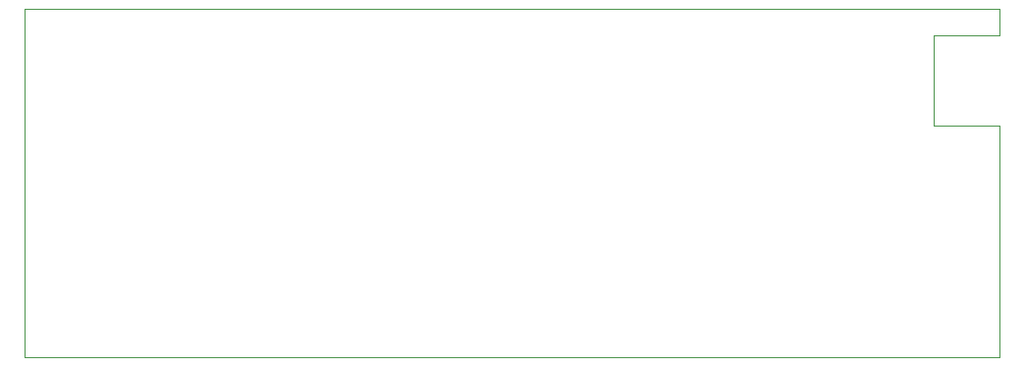
<source format=gbr>
G04 (created by PCBNEW (2013-07-07 BZR 4022)-stable) date 14/01/2015 15:32:06*
%MOIN*%
G04 Gerber Fmt 3.4, Leading zero omitted, Abs format*
%FSLAX34Y34*%
G01*
G70*
G90*
G04 APERTURE LIST*
%ADD10C,0.00590551*%
%ADD11C,0.00393701*%
G04 APERTURE END LIST*
G54D10*
G54D11*
X127165Y-31220D02*
X127165Y-30314D01*
X124960Y-31220D02*
X127165Y-31220D01*
X124960Y-34291D02*
X124960Y-31220D01*
X127165Y-34291D02*
X124960Y-34291D01*
X127165Y-42125D02*
X127165Y-34291D01*
X94094Y-42125D02*
X127165Y-42125D01*
X94094Y-42086D02*
X94094Y-42125D01*
X94094Y-30314D02*
X94094Y-42086D01*
X127165Y-30314D02*
X94094Y-30314D01*
M02*

</source>
